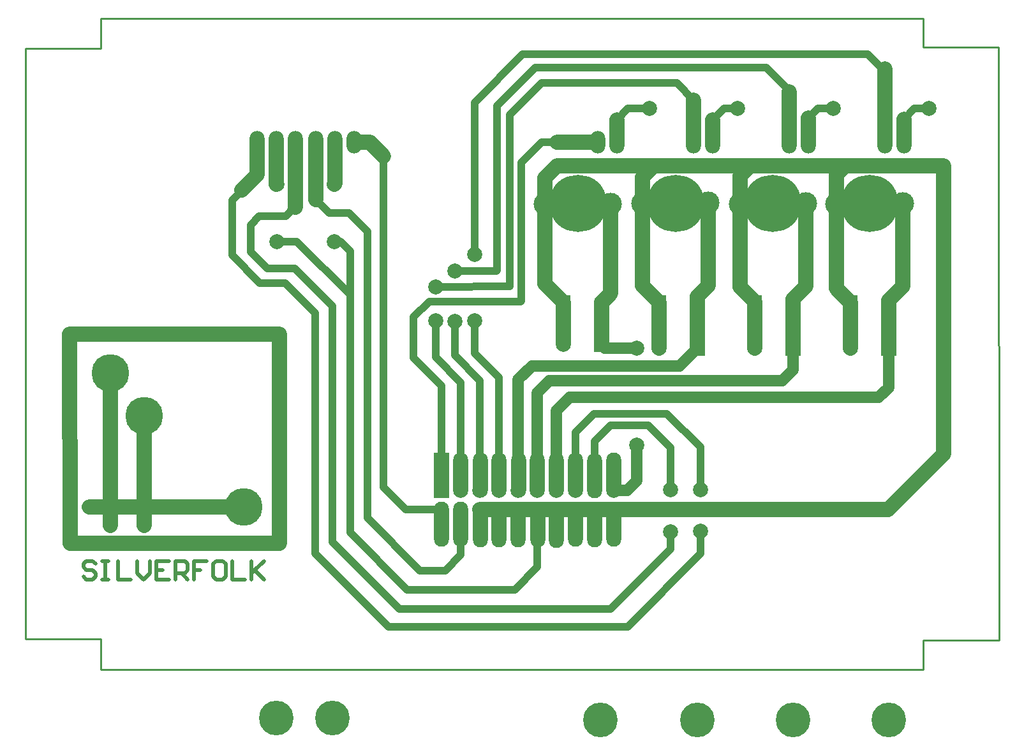
<source format=gbl>
%FSLAX23Y23*%
%MOMM*%
%SFA1B1*%

%IPPOS*%
%ADD10C,7.599985*%
%ADD11C,0.999998*%
%ADD12C,1.999996*%
%ADD13C,1.499997*%
%ADD14C,0.549999*%
%ADD15O,1.999996X2.999994*%
%ADD16C,4.599991*%
%ADD17C,1.999996*%
%ADD18R,1.999996X1.999996*%
%ADD19R,1.849996X1.849996*%
%ADD20C,1.849996*%
%ADD21C,2.999994*%
%ADD22O,1.999996X5.999988*%
%ADD23R,1.999996X5.999988*%
%ADD24C,4.999990*%
%ADD25C,0.250000*%
%LNTBBL-1*%
%LPD*%
G54D10*
X145189Y94309D03*
X106499D03*
X119429Y94359D03*
X132359Y94309D03*
G54D11*
X151129Y106929D02*
X153039D01*
X149729Y105539D02*
X151129Y106929D01*
X138329D02*
X140339D01*
X137029Y105639D02*
X138329Y106929D01*
X125879D02*
X127639D01*
X124329Y105379D02*
X125879Y106929D01*
X113129D02*
X115949D01*
X111629Y105439D02*
X113129Y106929D01*
X96009Y56239D02*
Y71199D01*
X144959Y114119D02*
X147189Y111889D01*
X99159Y114119D02*
X144959D01*
X92739Y107699D02*
X99159Y114119D01*
X92739Y87579D02*
Y107699D01*
Y74469D02*
Y78709D01*
X93469Y56239D02*
Y70819D01*
X131469Y112369D02*
X134489Y109349D01*
Y109169D02*
Y109349D01*
X100839Y112369D02*
X131469D01*
X95709Y107239D02*
X100839Y112369D01*
X90139Y85369D02*
X95629D01*
X90139Y74139D02*
Y78659D01*
X90929Y56239D02*
Y70539D01*
X119579Y110289D02*
X121789Y108079D01*
X101629Y110289D02*
X119579D01*
X97409Y106069D02*
X101629Y110289D01*
X87579Y83259D02*
X97379Y83339D01*
X87579Y73889D02*
Y78709D01*
X88389Y56239D02*
Y70129D01*
X101649Y102439D02*
X103709D01*
X98929Y99719D02*
X101649Y102439D01*
X122329Y81199D02*
Y81939D01*
X135029Y81199D02*
Y81639D01*
X147729Y81199D02*
Y81459D01*
X96009Y53699D02*
X98549D01*
X103629D02*
X106169D01*
X108709*
X117249Y75149D02*
X117289Y75109D01*
X129949Y75149D02*
X129989Y75109D01*
X129949Y81179D02*
Y81199D01*
Y81279*
X129929Y81189D02*
X129949Y81199D01*
X142649D02*
X142689Y81159D01*
X129929Y81189D02*
X129949Y81199D01*
Y75149D02*
X129989Y75109D01*
X117249Y75149D02*
X117289Y75109D01*
X129929Y81189D02*
X129949Y81199D01*
X129929Y81189D02*
X129949Y81199D01*
Y75149D02*
X129989Y75109D01*
X129949Y75149D02*
X129989Y75109D01*
X117249Y75149D02*
X117289Y75109D01*
X117249Y75149D02*
X117289Y75109D01*
X147729Y81199D02*
Y81459D01*
X135029Y81199D02*
Y81639D01*
X122329Y81199D02*
Y81939D01*
X104549Y75659D02*
X104589Y75619D01*
X140339Y98759D02*
Y99309D01*
X80699Y56619D02*
Y100609D01*
Y56619D02*
X83619Y53699D01*
X88389*
X93469D02*
X96009D01*
X66449Y96899D02*
X66499Y96849D01*
X71679Y94869D02*
X73479Y93069D01*
X76069*
X78539Y52579D02*
X85519Y45589D01*
X88849*
X90929Y47679*
X78539Y52579D02*
Y90599D01*
X76069Y93069D02*
X78539Y90599D01*
X90909Y53669D02*
X90929Y53699D01*
Y47679D02*
Y53699D01*
X75009Y89229D02*
X76229Y88009D01*
Y50649D02*
X83819Y43049D01*
X98089*
X101089Y46049*
X74119Y89229D02*
X75009D01*
X98549Y53699D02*
X103629D01*
X69189Y89229D02*
X76229Y82189D01*
X66499Y89229D02*
X69189D01*
X76229Y50649D02*
Y88009D01*
X101089Y46049D02*
Y53699D01*
X134989Y75109D02*
X135029Y75149D01*
X147689Y75109D02*
X147729Y75149D01*
X67719Y92659D02*
X68859Y93799D01*
X64189Y92659D02*
X67719D01*
X63019Y91489D02*
X64189Y92659D01*
X63019Y87929D02*
Y91489D01*
Y87929D02*
X65229Y85719D01*
X68939*
X73939Y80719*
Y49349D02*
Y80719D01*
X68859Y93799D02*
X68989D01*
X60579Y94739D02*
X61849Y96009D01*
X60579Y87429D02*
Y94739D01*
Y87429D02*
X64259Y83739D01*
X67639*
X71649Y79729*
Y47879D02*
Y79729D01*
X61849Y96009D02*
Y96109D01*
X98929Y81359D02*
Y99719D01*
X98909Y81329D02*
X98929Y81359D01*
X84679Y73839D02*
X88389Y70129D01*
X84679Y73839D02*
Y79219D01*
X86789Y81329*
X98909*
X97379Y83339D02*
X97409Y83359D01*
Y106069*
X87579Y73889D02*
X90929Y70539D01*
X95629Y85369D02*
X95709Y85449D01*
Y107239*
X90139Y74139D02*
X93469Y70819D01*
X92739Y74469D02*
X96009Y71199D01*
X115799Y64849D02*
X118749Y61899D01*
X108709Y62709D02*
X110849Y64849D01*
X115799*
X110849Y40509D02*
X118749Y48409D01*
X73939Y49349D02*
X82779Y40509D01*
X110849*
X118749Y48409D02*
Y50719D01*
Y56309D02*
Y61899D01*
X108709Y56239D02*
Y62709D01*
X118289Y66419D02*
X122709Y61999D01*
X106169Y63959D02*
X108639Y66419D01*
X118289*
X113079Y38149D02*
X122759Y47829D01*
X81379Y38149D02*
X113079D01*
X71649Y47879D02*
X81379Y38149D01*
X122759Y47829D02*
Y50799D01*
X122709Y56289D02*
Y61999D01*
X106169Y56239D02*
Y63959D01*
G54D12*
X149729Y102439D02*
Y105539D01*
X137029Y102439D02*
Y105639D01*
X124329Y102439D02*
Y105379D01*
X111629Y102439D02*
Y105439D01*
X147189Y102439D02*
Y112219D01*
X134489Y102439D02*
Y109169D01*
X121789Y102439D02*
Y108079D01*
X103709Y102439D02*
X109089D01*
X122329Y81939D02*
X123769Y83389D01*
X135029Y81639D02*
X136679Y83289D01*
X147729Y81459D02*
X149559Y83289D01*
X136679D02*
X136729Y94339D01*
X149559Y83289D02*
Y94309D01*
X115039Y83409D02*
X117249Y81199D01*
Y75149D02*
Y81199D01*
X142689Y75109D02*
Y81159D01*
X115039Y83409D02*
Y94339D01*
X129989Y75109D02*
Y81239D01*
X147679Y53699D02*
X155039Y61059D01*
X104549Y75659D02*
Y81199D01*
X128019Y94279D02*
Y97989D01*
X129339Y99309*
X140819Y94279D02*
Y98169D01*
X141959Y99309*
X102109Y97689D02*
X103729Y99309D01*
X102109Y83639D02*
X104549Y81199D01*
X115039Y94339D02*
Y97759D01*
X116589Y99309*
X103729D02*
X155039D01*
X78869Y102439D02*
X80699Y100609D01*
X76759Y102439D02*
X78869D01*
X127989Y83229D02*
Y94029D01*
X123769Y83389D02*
X123799Y94409D01*
X102109Y83639D02*
Y97689D01*
X128019Y83209D02*
X129949Y81279D01*
X140819Y83029D02*
Y94279D01*
Y83029D02*
X142689Y81159D01*
X109589D02*
X110819Y82399D01*
Y94279*
X66449Y96899D02*
Y102439D01*
X71679Y100459D02*
Y102439D01*
X74119Y96849D02*
X74219Y96949D01*
Y102439*
X71679Y94869D02*
Y102439D01*
X155039Y61059D02*
Y99309D01*
X93469Y53699D02*
X147679D01*
X122329Y75149D02*
Y81939D01*
X135029Y75149D02*
Y81639D01*
X147729Y75149D02*
Y81459D01*
X109629Y75659D02*
Y81199D01*
X61849Y96109D02*
X63909Y98169D01*
X68989Y93799D02*
Y102439D01*
X63909Y98169D02*
Y102439D01*
X44419Y51609D02*
Y71779D01*
X41679Y54049D02*
X62099D01*
X39039Y77009D02*
X66829D01*
X66849Y49199*
X39069Y49229D02*
X66849Y49199D01*
X39039Y77009D02*
X39069Y49229D01*
X48949Y51609D02*
Y66139D01*
G54D13*
X98549Y70939D02*
X100359Y72749D01*
X119919*
X98549Y56239D02*
Y70939D01*
X119919Y72749D02*
X122329Y75149D01*
X101089Y69159D02*
X102719Y70789D01*
X133579*
X134989Y72199*
Y75109*
X101089Y56239D02*
Y69159D01*
X103629Y66829D02*
X105379Y68579D01*
X146409*
X147689Y69859*
Y75109*
X103629Y56239D02*
Y66829D01*
X109589Y75619D02*
X109629Y75659D01*
X109589Y75619D02*
X110069Y75129D01*
X112999Y56239D02*
X114299Y57529D01*
X111249Y56239D02*
X112999D01*
X110069Y75129D02*
X114299D01*
Y57529D02*
Y62259D01*
G54D14*
X42529Y46449D02*
X42099Y46869D01*
X41259*
X40839Y46449*
Y46029*
X41259Y45609*
X42099*
X42529Y45189*
Y44769*
X42099Y44349*
X41259*
X40839Y44769*
X43369Y46869D02*
X44209D01*
X43789*
Y44349*
X43369*
X44209*
X45469Y46869D02*
Y44349D01*
X47149*
X47989Y46869D02*
Y45189D01*
X48829Y44349*
X49669Y45189*
Y46869*
X52199D02*
X50519D01*
Y44349*
X52199*
X50519Y45609D02*
X51359D01*
X53039Y44349D02*
Y46869D01*
X54299*
X54719Y46449*
Y45609*
X54299Y45189*
X53039*
X53879D02*
X54719Y44349D01*
X57239Y46869D02*
X55559D01*
Y45609*
X56399*
X55559*
Y44349*
X59349Y46869D02*
X58509D01*
X58079Y46449*
Y44769*
X58509Y44349*
X59349*
X59769Y44769*
Y46449*
X59349Y46869*
X60609D02*
Y44349D01*
X62289*
X63129Y46869D02*
Y44349D01*
Y45189*
X64809Y46869*
X63549Y45609*
X64809Y44349*
G54D15*
X111629Y102439D03*
X109089D03*
X63909D03*
X66449D03*
X71679D03*
X74219D03*
X76759D03*
X74219D03*
X121789D03*
X124329D03*
X134489D03*
X137029D03*
X147189D03*
X149729D03*
X66449D03*
X68989D03*
G54D16*
X109499Y25779D03*
X122329D03*
X135029D03*
X147729D03*
X66449Y26009D03*
X73939D03*
G54D17*
X66499Y96849D03*
Y89229D03*
X74119Y96849D03*
Y89229D03*
X115949Y106929D03*
Y99309D03*
X127639Y106929D03*
Y99309D03*
X140339Y106929D03*
Y99309D03*
X153039Y106929D03*
Y99309D03*
X142689Y75109D03*
X129989D03*
X117289D03*
X104589Y75619D03*
X88389Y53699D03*
X90929Y56239D03*
Y53699D03*
X93469Y56239D03*
Y53699D03*
X96009Y56239D03*
Y53699D03*
X98549Y56239D03*
Y53699D03*
X101089Y56239D03*
Y53699D03*
X103629Y56239D03*
Y53699D03*
X106169Y56239D03*
Y53699D03*
X108709Y56239D03*
Y53699D03*
X111249Y56239D03*
Y53699D03*
X104549Y81199D03*
X117249D03*
X129949Y81179D03*
X142649Y81199D03*
X147729D03*
X135029D03*
X109629D03*
X114299Y75129D03*
Y62259D03*
X90139Y85369D03*
Y78659D03*
X92739Y87579D03*
Y78709D03*
X87579D03*
Y83259D03*
X122709Y56289D03*
X122759Y50799D03*
X118749Y56309D03*
Y50719D03*
G54D18*
X147689Y75109D03*
X134989D03*
X122289D03*
X109589Y75619D03*
X88389Y56239D03*
G54D19*
X104549Y81199D03*
X117249D03*
X129949D03*
X142649D03*
G54D20*
X109629Y81199D03*
X122329D03*
X135029D03*
X147729D03*
G54D21*
X102109Y94279D03*
X115039Y94339D03*
X128019Y94279D03*
X140819D03*
X149559Y94309D03*
X136729Y94339D03*
X123799Y94409D03*
X110819Y94279D03*
G54D22*
X111249Y51709D03*
X108709Y51659D03*
X106169Y51739D03*
X101119Y51659D03*
X103629Y51589D03*
X98549Y51659D03*
X96009D03*
X93499D03*
X103629Y58219D03*
X101089D03*
X98629Y58239D03*
X111229Y58289D03*
X106169Y58269D03*
X108709Y58139D03*
X90929Y51739D03*
X88389D03*
X90929Y58239D03*
X93499Y58269D03*
X96009Y58219D03*
G54D23*
X88389Y58289D03*
G54D24*
X44419Y71779D03*
X48949Y66139D03*
X62099Y54049D03*
G54D25*
X43179Y32459D02*
X152269D01*
X33169Y36499D02*
X43179D01*
Y32459D02*
Y36499D01*
X33149Y114929D02*
X33169Y36499D01*
X33149Y114929D02*
X43179D01*
Y118869*
X152269*
Y115059D02*
Y118869D01*
Y115059D02*
X162309D01*
X152269Y32459D02*
Y36369D01*
X162359*
X162309Y115059D02*
X162359Y36369D01*
M02*
</source>
